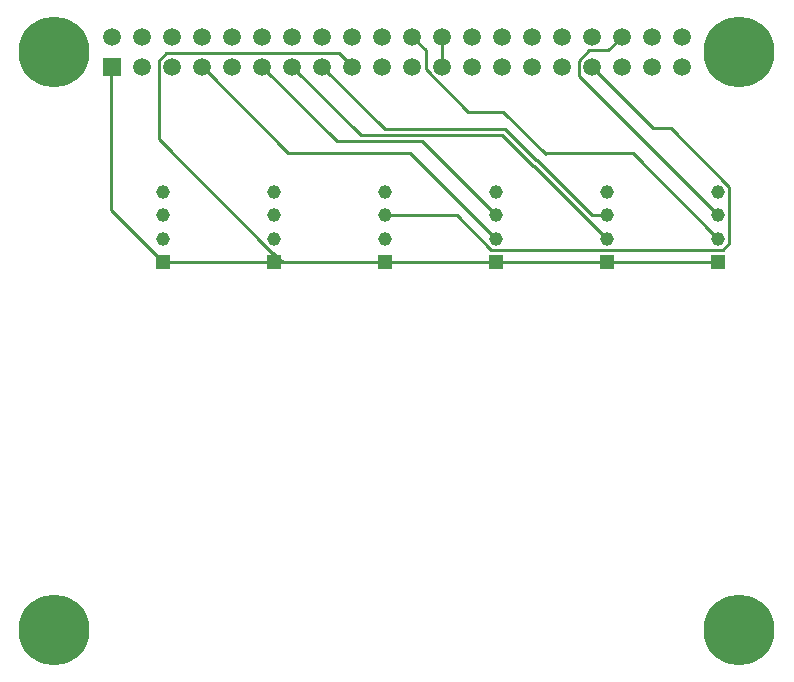
<source format=gbl>
G04*
G04 #@! TF.GenerationSoftware,Altium Limited,Altium Designer,24.7.2 (38)*
G04*
G04 Layer_Physical_Order=2*
G04 Layer_Color=16711680*
%FSLAX25Y25*%
%MOIN*%
G70*
G04*
G04 #@! TF.SameCoordinates,F96F46E9-85AD-4114-9B5A-613433178D46*
G04*
G04*
G04 #@! TF.FilePolarity,Positive*
G04*
G01*
G75*
%ADD18C,0.01000*%
%ADD19R,0.04528X0.04528*%
%ADD20C,0.04528*%
%ADD21C,0.05906*%
%ADD22R,0.05906X0.05906*%
%ADD23C,0.23622*%
D18*
X299252Y210000D02*
X300000D01*
X298878Y201378D02*
X300000Y202500D01*
X257954Y217126D02*
X263000D01*
X226000Y201378D02*
X263000D01*
X189000D02*
X226000D01*
X189000Y217126D02*
X212803D01*
X224441Y205488D01*
X303764Y207693D02*
Y226559D01*
X301559Y205488D02*
X303764Y207693D01*
X278430Y246137D02*
X284186D01*
X257913Y266653D02*
X278430Y246137D01*
X284186D02*
X303764Y226559D01*
X263000Y201378D02*
X298878D01*
X201368Y241758D02*
X226000Y217126D01*
X239172Y235500D02*
X239580D01*
X253461Y263665D02*
X300000Y217126D01*
X271497Y237755D02*
X299252Y210000D01*
X224441Y205488D02*
X301559D01*
X188809Y245758D02*
X228914D01*
X238343Y233500D02*
X238752D01*
X263000Y209252D01*
X242500Y237755D02*
X271497D01*
X228345Y251655D02*
X242500Y237500D01*
X156746Y237821D02*
X197431D01*
X180809Y243758D02*
X228085D01*
X172809Y241758D02*
X201368D01*
X197431Y237821D02*
X226000Y209252D01*
X228914Y245758D02*
X239172Y235500D01*
X239580D02*
X257954Y217126D01*
X228085Y243758D02*
X238343Y233500D01*
X129516Y265051D02*
X156746Y237821D01*
X151671Y204536D02*
X154828Y201378D01*
X113461Y242469D02*
Y268498D01*
Y242469D02*
X151394Y204536D01*
X151671D01*
X152000Y201378D02*
X154828D01*
X167913Y266653D02*
X188809Y245758D01*
X157913Y266653D02*
X180809Y243758D01*
X147913Y266653D02*
X172809Y241758D01*
X154828Y201378D02*
X189000D01*
X115000D02*
X152000D01*
X97500Y218878D02*
X115000Y201378D01*
X216615Y251655D02*
X228345D01*
X202461Y265809D02*
X216615Y251655D01*
X197913Y276654D02*
X202461Y272106D01*
Y265809D02*
Y272106D01*
X207500Y267500D02*
X207913Y267913D01*
X207500Y275000D02*
X207913Y274587D01*
Y267913D02*
Y274587D01*
Y275413D02*
Y276654D01*
X207500Y275000D02*
X207913Y275413D01*
X177500Y265000D02*
Y267067D01*
X173461Y271106D02*
X177500Y267067D01*
X116069Y271106D02*
X173461D01*
X113461Y268498D02*
X116069Y271106D01*
X97500Y218878D02*
Y267500D01*
X267500Y276240D02*
Y277500D01*
X263366Y272106D02*
X267500Y276240D01*
X257069Y272106D02*
X263366D01*
X253461Y268498D02*
X257069Y272106D01*
X253461Y263665D02*
Y268498D01*
X257500Y267067D02*
X257913Y266653D01*
X257500Y267067D02*
Y267500D01*
X147500Y267067D02*
X147913Y266653D01*
X147500Y267067D02*
Y267500D01*
X129516Y267016D02*
X130000Y267500D01*
X129516Y265051D02*
Y267016D01*
D19*
X263000Y201378D02*
D03*
X300000D02*
D03*
X226000D02*
D03*
X189000D02*
D03*
X152000D02*
D03*
X115000D02*
D03*
D20*
X263000Y209252D02*
D03*
Y217126D02*
D03*
Y225000D02*
D03*
X300000Y209252D02*
D03*
Y217126D02*
D03*
Y225000D02*
D03*
X226000Y209252D02*
D03*
Y217126D02*
D03*
Y225000D02*
D03*
X189000Y209252D02*
D03*
Y217126D02*
D03*
Y225000D02*
D03*
X152000Y209252D02*
D03*
Y217126D02*
D03*
Y225000D02*
D03*
X115000Y209252D02*
D03*
Y217126D02*
D03*
Y225000D02*
D03*
D21*
X257913Y266653D02*
D03*
Y276654D02*
D03*
X267913Y266653D02*
D03*
Y276654D02*
D03*
X277913Y266653D02*
D03*
Y276654D02*
D03*
X287913Y266653D02*
D03*
Y276654D02*
D03*
X247913D02*
D03*
Y266653D02*
D03*
X237913Y276654D02*
D03*
Y266653D02*
D03*
X227913Y276654D02*
D03*
Y266653D02*
D03*
X217913Y276654D02*
D03*
Y266653D02*
D03*
X207913Y276654D02*
D03*
Y266653D02*
D03*
X197913Y276654D02*
D03*
Y266653D02*
D03*
X187913Y276654D02*
D03*
Y266653D02*
D03*
X177913Y276654D02*
D03*
Y266653D02*
D03*
X167913Y276654D02*
D03*
Y266653D02*
D03*
X157913Y276654D02*
D03*
Y266653D02*
D03*
X147913Y276654D02*
D03*
Y266653D02*
D03*
X137913Y276654D02*
D03*
Y266653D02*
D03*
X127913Y276654D02*
D03*
Y266653D02*
D03*
X117913Y276654D02*
D03*
Y266653D02*
D03*
X107913Y276654D02*
D03*
Y266653D02*
D03*
X97913Y276654D02*
D03*
D22*
Y266653D02*
D03*
D23*
X307087Y78740D02*
D03*
Y271654D02*
D03*
X78740Y78740D02*
D03*
Y271654D02*
D03*
M02*

</source>
